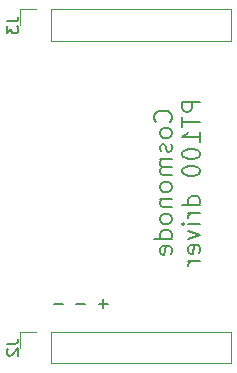
<source format=gbo>
G04 #@! TF.FileFunction,Legend,Bot*
%FSLAX46Y46*%
G04 Gerber Fmt 4.6, Leading zero omitted, Abs format (unit mm)*
G04 Created by KiCad (PCBNEW 4.0.7-e1-6374~58~ubuntu16.04.1) date Wed Aug  2 21:48:17 2017*
%MOMM*%
%LPD*%
G01*
G04 APERTURE LIST*
%ADD10C,0.100000*%
%ADD11C,0.200000*%
%ADD12C,0.150000*%
%ADD13C,0.120000*%
G04 APERTURE END LIST*
D10*
D11*
X148335952Y-116911429D02*
X147574047Y-116911429D01*
X150240952Y-116911429D02*
X149479047Y-116911429D01*
X152145952Y-116911429D02*
X151384047Y-116911429D01*
X151764999Y-117292381D02*
X151764999Y-116530476D01*
D12*
X157450714Y-101501429D02*
X157522143Y-101430000D01*
X157593571Y-101215714D01*
X157593571Y-101072857D01*
X157522143Y-100858572D01*
X157379286Y-100715714D01*
X157236429Y-100644286D01*
X156950714Y-100572857D01*
X156736429Y-100572857D01*
X156450714Y-100644286D01*
X156307857Y-100715714D01*
X156165000Y-100858572D01*
X156093571Y-101072857D01*
X156093571Y-101215714D01*
X156165000Y-101430000D01*
X156236429Y-101501429D01*
X157593571Y-102358572D02*
X157522143Y-102215714D01*
X157450714Y-102144286D01*
X157307857Y-102072857D01*
X156879286Y-102072857D01*
X156736429Y-102144286D01*
X156665000Y-102215714D01*
X156593571Y-102358572D01*
X156593571Y-102572857D01*
X156665000Y-102715714D01*
X156736429Y-102787143D01*
X156879286Y-102858572D01*
X157307857Y-102858572D01*
X157450714Y-102787143D01*
X157522143Y-102715714D01*
X157593571Y-102572857D01*
X157593571Y-102358572D01*
X157522143Y-103430000D02*
X157593571Y-103572857D01*
X157593571Y-103858572D01*
X157522143Y-104001429D01*
X157379286Y-104072857D01*
X157307857Y-104072857D01*
X157165000Y-104001429D01*
X157093571Y-103858572D01*
X157093571Y-103644286D01*
X157022143Y-103501429D01*
X156879286Y-103430000D01*
X156807857Y-103430000D01*
X156665000Y-103501429D01*
X156593571Y-103644286D01*
X156593571Y-103858572D01*
X156665000Y-104001429D01*
X157593571Y-104715715D02*
X156593571Y-104715715D01*
X156736429Y-104715715D02*
X156665000Y-104787143D01*
X156593571Y-104930001D01*
X156593571Y-105144286D01*
X156665000Y-105287143D01*
X156807857Y-105358572D01*
X157593571Y-105358572D01*
X156807857Y-105358572D02*
X156665000Y-105430001D01*
X156593571Y-105572858D01*
X156593571Y-105787143D01*
X156665000Y-105930001D01*
X156807857Y-106001429D01*
X157593571Y-106001429D01*
X157593571Y-106930001D02*
X157522143Y-106787143D01*
X157450714Y-106715715D01*
X157307857Y-106644286D01*
X156879286Y-106644286D01*
X156736429Y-106715715D01*
X156665000Y-106787143D01*
X156593571Y-106930001D01*
X156593571Y-107144286D01*
X156665000Y-107287143D01*
X156736429Y-107358572D01*
X156879286Y-107430001D01*
X157307857Y-107430001D01*
X157450714Y-107358572D01*
X157522143Y-107287143D01*
X157593571Y-107144286D01*
X157593571Y-106930001D01*
X156593571Y-108072858D02*
X157593571Y-108072858D01*
X156736429Y-108072858D02*
X156665000Y-108144286D01*
X156593571Y-108287144D01*
X156593571Y-108501429D01*
X156665000Y-108644286D01*
X156807857Y-108715715D01*
X157593571Y-108715715D01*
X157593571Y-109644287D02*
X157522143Y-109501429D01*
X157450714Y-109430001D01*
X157307857Y-109358572D01*
X156879286Y-109358572D01*
X156736429Y-109430001D01*
X156665000Y-109501429D01*
X156593571Y-109644287D01*
X156593571Y-109858572D01*
X156665000Y-110001429D01*
X156736429Y-110072858D01*
X156879286Y-110144287D01*
X157307857Y-110144287D01*
X157450714Y-110072858D01*
X157522143Y-110001429D01*
X157593571Y-109858572D01*
X157593571Y-109644287D01*
X157593571Y-111430001D02*
X156093571Y-111430001D01*
X157522143Y-111430001D02*
X157593571Y-111287144D01*
X157593571Y-111001430D01*
X157522143Y-110858572D01*
X157450714Y-110787144D01*
X157307857Y-110715715D01*
X156879286Y-110715715D01*
X156736429Y-110787144D01*
X156665000Y-110858572D01*
X156593571Y-111001430D01*
X156593571Y-111287144D01*
X156665000Y-111430001D01*
X157522143Y-112715715D02*
X157593571Y-112572858D01*
X157593571Y-112287144D01*
X157522143Y-112144287D01*
X157379286Y-112072858D01*
X156807857Y-112072858D01*
X156665000Y-112144287D01*
X156593571Y-112287144D01*
X156593571Y-112572858D01*
X156665000Y-112715715D01*
X156807857Y-112787144D01*
X156950714Y-112787144D01*
X157093571Y-112072858D01*
X159993571Y-99822859D02*
X158493571Y-99822859D01*
X158493571Y-100394287D01*
X158565000Y-100537145D01*
X158636429Y-100608573D01*
X158779286Y-100680002D01*
X158993571Y-100680002D01*
X159136429Y-100608573D01*
X159207857Y-100537145D01*
X159279286Y-100394287D01*
X159279286Y-99822859D01*
X158493571Y-101108573D02*
X158493571Y-101965716D01*
X159993571Y-101537145D02*
X158493571Y-101537145D01*
X159993571Y-103251430D02*
X159993571Y-102394287D01*
X159993571Y-102822859D02*
X158493571Y-102822859D01*
X158707857Y-102680002D01*
X158850714Y-102537144D01*
X158922143Y-102394287D01*
X158493571Y-104180001D02*
X158493571Y-104322858D01*
X158565000Y-104465715D01*
X158636429Y-104537144D01*
X158779286Y-104608573D01*
X159065000Y-104680001D01*
X159422143Y-104680001D01*
X159707857Y-104608573D01*
X159850714Y-104537144D01*
X159922143Y-104465715D01*
X159993571Y-104322858D01*
X159993571Y-104180001D01*
X159922143Y-104037144D01*
X159850714Y-103965715D01*
X159707857Y-103894287D01*
X159422143Y-103822858D01*
X159065000Y-103822858D01*
X158779286Y-103894287D01*
X158636429Y-103965715D01*
X158565000Y-104037144D01*
X158493571Y-104180001D01*
X158493571Y-105608572D02*
X158493571Y-105751429D01*
X158565000Y-105894286D01*
X158636429Y-105965715D01*
X158779286Y-106037144D01*
X159065000Y-106108572D01*
X159422143Y-106108572D01*
X159707857Y-106037144D01*
X159850714Y-105965715D01*
X159922143Y-105894286D01*
X159993571Y-105751429D01*
X159993571Y-105608572D01*
X159922143Y-105465715D01*
X159850714Y-105394286D01*
X159707857Y-105322858D01*
X159422143Y-105251429D01*
X159065000Y-105251429D01*
X158779286Y-105322858D01*
X158636429Y-105394286D01*
X158565000Y-105465715D01*
X158493571Y-105608572D01*
X159993571Y-108537143D02*
X158493571Y-108537143D01*
X159922143Y-108537143D02*
X159993571Y-108394286D01*
X159993571Y-108108572D01*
X159922143Y-107965714D01*
X159850714Y-107894286D01*
X159707857Y-107822857D01*
X159279286Y-107822857D01*
X159136429Y-107894286D01*
X159065000Y-107965714D01*
X158993571Y-108108572D01*
X158993571Y-108394286D01*
X159065000Y-108537143D01*
X159993571Y-109251429D02*
X158993571Y-109251429D01*
X159279286Y-109251429D02*
X159136429Y-109322857D01*
X159065000Y-109394286D01*
X158993571Y-109537143D01*
X158993571Y-109680000D01*
X159993571Y-110180000D02*
X158993571Y-110180000D01*
X158493571Y-110180000D02*
X158565000Y-110108571D01*
X158636429Y-110180000D01*
X158565000Y-110251428D01*
X158493571Y-110180000D01*
X158636429Y-110180000D01*
X158993571Y-110751429D02*
X159993571Y-111108572D01*
X158993571Y-111465714D01*
X159922143Y-112608571D02*
X159993571Y-112465714D01*
X159993571Y-112180000D01*
X159922143Y-112037143D01*
X159779286Y-111965714D01*
X159207857Y-111965714D01*
X159065000Y-112037143D01*
X158993571Y-112180000D01*
X158993571Y-112465714D01*
X159065000Y-112608571D01*
X159207857Y-112680000D01*
X159350714Y-112680000D01*
X159493571Y-111965714D01*
X159993571Y-113322857D02*
X158993571Y-113322857D01*
X159279286Y-113322857D02*
X159136429Y-113394285D01*
X159065000Y-113465714D01*
X158993571Y-113608571D01*
X158993571Y-113751428D01*
D13*
X162620000Y-119320000D02*
X162620000Y-121980000D01*
X147320000Y-119320000D02*
X162620000Y-119320000D01*
X147320000Y-121980000D02*
X162620000Y-121980000D01*
X147320000Y-119320000D02*
X147320000Y-121980000D01*
X146050000Y-119320000D02*
X144720000Y-119320000D01*
X144720000Y-119320000D02*
X144720000Y-120650000D01*
X162620000Y-92015000D02*
X162620000Y-94675000D01*
X147320000Y-92015000D02*
X162620000Y-92015000D01*
X147320000Y-94675000D02*
X162620000Y-94675000D01*
X147320000Y-92015000D02*
X147320000Y-94675000D01*
X146050000Y-92015000D02*
X144720000Y-92015000D01*
X144720000Y-92015000D02*
X144720000Y-93345000D01*
D12*
X143597381Y-120316667D02*
X144311667Y-120316667D01*
X144454524Y-120269047D01*
X144549762Y-120173809D01*
X144597381Y-120030952D01*
X144597381Y-119935714D01*
X143692619Y-120745238D02*
X143645000Y-120792857D01*
X143597381Y-120888095D01*
X143597381Y-121126191D01*
X143645000Y-121221429D01*
X143692619Y-121269048D01*
X143787857Y-121316667D01*
X143883095Y-121316667D01*
X144025952Y-121269048D01*
X144597381Y-120697619D01*
X144597381Y-121316667D01*
X143597381Y-93011667D02*
X144311667Y-93011667D01*
X144454524Y-92964047D01*
X144549762Y-92868809D01*
X144597381Y-92725952D01*
X144597381Y-92630714D01*
X143597381Y-93392619D02*
X143597381Y-94011667D01*
X143978333Y-93678333D01*
X143978333Y-93821191D01*
X144025952Y-93916429D01*
X144073571Y-93964048D01*
X144168810Y-94011667D01*
X144406905Y-94011667D01*
X144502143Y-93964048D01*
X144549762Y-93916429D01*
X144597381Y-93821191D01*
X144597381Y-93535476D01*
X144549762Y-93440238D01*
X144502143Y-93392619D01*
M02*

</source>
